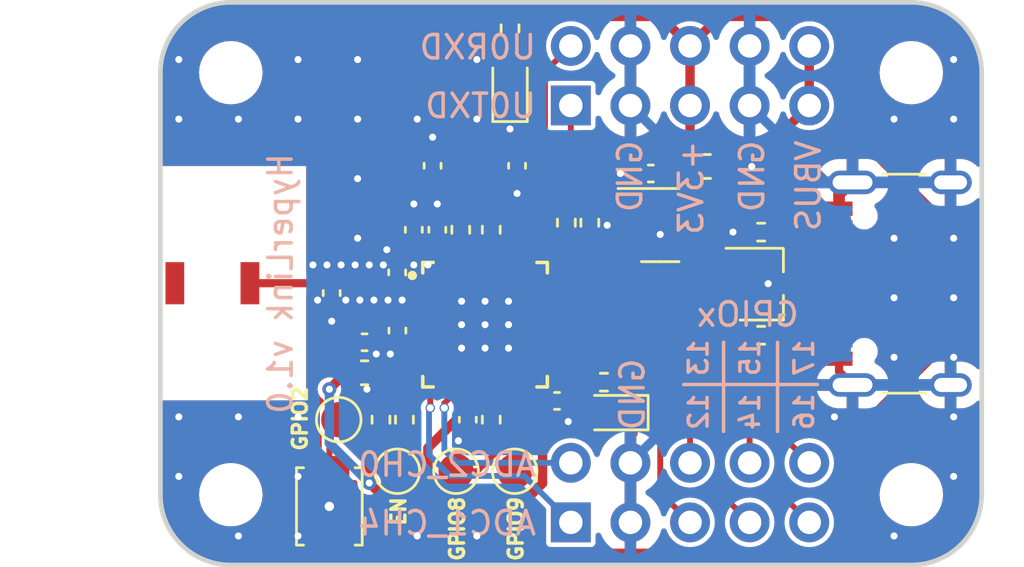
<source format=kicad_pcb>
(kicad_pcb (version 20221018) (generator pcbnew)
  (layers (0 "F.Cu" signal) (31 "B.Cu" signal) (34 "B.Paste" user) (35 "F.Paste" user) (36 "B.SilkS" user "B.Silkscreen") (37 "F.SilkS" user "F.Silkscreen") (38 "B.Mask" user) (39 "F.Mask" user) (44 "Edge.Cuts" user))
  (net 0 "")
  (net 1 "+3V3")
  (net 4 "VBUS")
  (net 5 "GND")
  (net 11 "/USB_D-")
  (net 12 "/USB_D+")
  (net 14 "/GPIO9")
  (net 15 "/GPIO2")
  (net 16 "/EN")
  (net 17 "/RF")
  (net 18 "/ANT")
  (net 19 "/GPIO8")
  (net 20 "/XTAL_P")
  (net 21 "/XTAL_N")
  (net 22 "/XTAL_P_RES")
  (net 23 "/VDD3P3")
  (net 24 "/U0RXD")
  (net 25 "/U0TXD")
  (net 26 "/GPIO12")
  (net 27 "/GPIO13")
  (net 28 "/GPIO14")
  (net 29 "/GPIO15")
  (net 30 "/GPIO16")
  (net 31 "/GPIO17")
  (net 32 "/ADC1_CH4")
  (net 33 "/ADC2_CH0")
  (net 34 "/U0TXD_RES")
  (net 35 "/CC1")
  (net 36 "/CC2")
  (net 38 "/LDO_EN")
  (net 39 "/STATUS_LED_RES")
  (net 40 "/POWER_LED_RES")
  (net 41 "/STATUS_LED")
  (footprint "Package_TO_SOT_SMD:SOT-23-5" (layer "F.Cu") (at 140.3 79.5)
    (fp_text reference "U3" hide)
    (fp_text value "MIC5504-3.3YM5" hide)
  )
  (footprint "Resistor_SMD:R_0402_1005Metric" (layer "F.Cu") (at 144.6 79.8 180)
    (fp_text reference "R7" hide)
    (fp_text value "5k1" hide)
  )
  (footprint "TestPoint:TestPoint_Pad_D1.5mm" (layer "F.Cu") (at 126.6 87.8)
    (fp_text reference "TP4" hide)
    (fp_text value "GPIO2" hide)
  )
  (footprint "MountingHole:MountingHole_2.2mm_M2" (layer "F.Cu") (at 122 73)
    (fp_text reference "H3" hide)
    (fp_text value "MountingHole" hide)
  )
  (footprint "Resistor_SMD:R_0402_1005Metric" (layer "F.Cu") (at 129.4 87.8 90)
    (fp_text reference "R4" hide)
    (fp_text value "10k" hide)
  )
  (footprint "Capacitor_SMD:C_0402_1005Metric" (layer "F.Cu") (at 135.9 87)
    (fp_text reference "C2" hide)
    (fp_text value "100n" hide)
  )
  (footprint "MountingHole:MountingHole_2.2mm_M2" (layer "F.Cu") (at 151 73)
    (fp_text reference "H2" hide)
    (fp_text value "MountingHole" hide)
  )
  (footprint "Resistor_SMD:R_0402_1005Metric" (layer "F.Cu") (at 144.6 84.2 180)
    (fp_text reference "R8" hide)
    (fp_text value "5k1" hide)
  )
  (footprint "Capacitor_SMD:C_0402_1005Metric" (layer "F.Cu") (at 130.6 76.970999 90)
    (fp_text reference "C5" hide)
    (fp_text value "10p" hide)
  )
  (footprint "Resistor_SMD:R_0402_1005Metric" (layer "F.Cu") (at 136.3 79.4 -90)
    (fp_text reference "R1" hide)
    (fp_text value "1k5" hide)
  )
  (footprint "Capacitor_SMD:C_0603_1608Metric" (layer "F.Cu") (at 142.3 77)
    (fp_text reference "C7" hide)
    (fp_text value "10u" hide)
  )
  (footprint "TestPoint:TestPoint_Pad_D1.5mm" (layer "F.Cu") (at 134.1 90)
    (fp_text reference "TP2" hide)
    (fp_text value "GPIO9" hide)
  )
  (footprint "Capacitor_SMD:C_0603_1608Metric" (layer "F.Cu") (at 127.7 85.8)
    (fp_text reference "C18" hide)
    (fp_text value "10u" hide)
  )
  (footprint "Connector_USB:USB_C_Receptacle_GCT_USB4105-xx-A_16P_TopMnt_Horizontal" (layer "F.Cu") (at 151.6 82 90)
    (fp_text reference "J1" hide)
    (fp_text value "USB_C_Receptacle_USB2.0" hide)
  )
  (footprint "Capacitor_SMD:C_0402_1005Metric" (layer "F.Cu") (at 126.3 82.4 -90)
    (fp_text reference "C14" hide)
    (fp_text value "4p" hide)
  )
  (footprint "Capacitor_SMD:C_0402_1005Metric" (layer "F.Cu") (at 130.8 79.7 90)
    (fp_text reference "C4" hide)
    (fp_text value "1u" hide)
  )
  (footprint "Capacitor_SMD:C_0402_1005Metric" (layer "F.Cu") (at 129.09 81.52 90)
    (fp_text reference "C1" hide)
    (fp_text value "4.7p" hide)
  )
  (footprint "Inductor_SMD:L_0402_1005Metric" (layer "F.Cu") (at 127.7 81.95)
    (fp_text reference "L1" hide)
    (fp_text value "1.8nH" hide)
  )
  (footprint "Capacitor_SMD:C_0402_1005Metric" (layer "F.Cu") (at 134.2 76.970999 -90)
    (fp_text reference "C6" hide)
    (fp_text value "10p" hide)
  )
  (footprint "Inductor_SMD:L_0402_1005Metric" (layer "F.Cu") (at 127.7 83.5)
    (fp_text reference "L2" hide)
    (fp_text value "2n" hide)
  )
  (footprint "TestPoint:TestPoint_Pad_D1.5mm" (layer "F.Cu") (at 131.6 90)
    (fp_text reference "TP3" hide)
    (fp_text value "GPIO8" hide)
  )
  (footprint "Resistor_SMD:R_0402_1005Metric" (layer "F.Cu") (at 137.3 79.4 90)
    (fp_text reference "R10" hide)
    (fp_text value "10k" hide)
  )
  (footprint "Capacitor_SMD:C_0402_1005Metric" (layer "F.Cu") (at 129.1 84 -90)
    (fp_text reference "C15" hide)
    (fp_text value "100n" hide)
  )
  (footprint "MountingHole:MountingHole_2.2mm_M2" (layer "F.Cu") (at 151 91)
    (fp_text reference "H1" hide)
    (fp_text value "MountingHole" hide)
  )
  (footprint "Connector_PinHeader_2.54mm:PinHeader_2x05_P2.54mm_Vertical" (layer "F.Cu") (at 136.49 92.18 90)
    (fp_text reference "J2" hide)
    (fp_text value "Conn_02x05_Odd_Even" hide)
  )
  (footprint "Connector_PinHeader_2.54mm:PinHeader_2x05_P2.54mm_Vertical" (layer "F.Cu") (at 136.49 74.4 90)
    (fp_text reference "J3" hide)
    (fp_text value "Conn_02x05_Odd_Even" hide)
  )
  (footprint "Resistor_SMD:R_0402_1005Metric" (layer "F.Cu") (at 137.9 86.2 180)
    (fp_text reference "R11" hide)
    (fp_text value "1k" hide)
  )
  (footprint "Capacitor_SMD:C_0402_1005Metric" (layer "F.Cu") (at 129.8 79.7 90)
    (fp_text reference "C3" hide)
    (fp_text value "10n" hide)
  )
  (footprint "Resistor_SMD:R_0402_1005Metric" (layer "F.Cu") (at 133.1 87.8 90)
    (fp_text reference "R2" hide)
    (fp_text value "10k" hide)
  )
  (footprint "Capacitor_SMD:C_0402_1005Metric" (layer "F.Cu") (at 139.9 77.3 180)
    (fp_text reference "C12" hide)
    (fp_text value "1u" hide)
  )
  (footprint "Resistor_SMD:R_0402_1005Metric" (layer "F.Cu") (at 128.4 87.8 90)
    (fp_text reference "R3" hide)
    (fp_text value "10k" hide)
  )
  (footprint "Resistor_SMD:R_0402_1005Metric" (layer "F.Cu") (at 131.8 79.7 -90)
    (fp_text reference "R6" hide)
    (fp_text value "0R" hide)
  )
  (footprint "Resistor_SMD:R_0402_1005Metric" (layer "F.Cu") (at 133.9 71.11 -90)
    (fp_text reference "R12" hide)
    (fp_text value "1k" hide)
  )
  (footprint "encyclopedia_galactica:ABM11W-30.0000MHZ-7-D1X-T3" (layer "F.Cu") (at 132.400001 77.150999 180)
    (fp_text reference "Y1" hide)
    (fp_text value "ABM11W-40.0000MHZ-8-B1U-T3" hide)
  )
  (footprint "Capacitor_SMD:C_0402_1005Metric" (layer "F.Cu") (at 132.1 87.8 -90)
    (fp_text reference "C17" hide)
    (fp_text value "100n" hide)
  )
  (footprint "LED_SMD:LED_0603_1608Metric" (layer "F.Cu") (at 133.9 73.6 90)
    (fp_text reference "D2" hide)
    (fp_text value "LED" hide)
  )
  (footprint "MountingHole:MountingHole_2.2mm_M2" (layer "F.Cu") (at 122 91)
    (fp_text reference "H4" hide)
    (fp_text value "MountingHole" hide)
  )
  (footprint "Package_TO_SOT_SMD:TSOT-23" (layer "F.Cu") (at 144.6 82)
    (fp_text reference "U2" hide)
    (fp_text value "PESD2USB5UXT" hide)
  )
  (footprint "LED_SMD:LED_0603_1608Metric" (layer "F.Cu") (at 138.3 87.5 180)
    (fp_text reference "D1" hide)
    (fp_text value "LED" hide)
  )
  (footprint "encyclopedia_galactica:QFN32_5X5_EXP" (layer "F.Cu") (at 132.834851 83.7487)
    (fp_text reference "U1" hide)
    (fp_text value "ESP32-C3" hide)
  )
  (footprint "Capacitor_SMD:C_0402_1005Metric" (layer "F.Cu") (at 127.7 84.5)
    (fp_text reference "C16" hide)
    (fp_text value "100n" hide)
  )
  (footprint "TestPoint:TestPoint_Pad_D1.5mm" (layer "F.Cu") (at 129.1 90)
    (fp_text reference "TP1" hide)
    (fp_text value "EN" hide)
  )
  (footprint "Button_Switch_SMD:SW_SPST_B3U-1000P" (layer "F.Cu") (at 126.2 91.5 90)
    (fp_text reference "SW1" hide)
    (fp_text value "SW_Push" hide)
  )
  (footprint "encyclopedia_galactica:2108838-1" (layer "F.Cu") (at 118.715 81.98)
    (fp_text reference "AE1" hide)
    (fp_text value "2108838-1" hide)
  )
  (footprint "Resistor_SMD:R_0402_1005Metric" (layer "F.Cu") (at 133.1 79.7 -90)
    (fp_text reference "R5" hide)
    (fp_text value "500R" hide)
  )
  (gr_line (start 143 84.5) (end 143 88.3) (stroke (width 0.15)) (layer "B.SilkS"))
  (gr_line (start 145.3 84.5) (end 145.3 88.3) (stroke (width 0.15)) (layer "B.SilkS"))
  (gr_line (start 141.3 86.3) (end 147 86.3) (stroke (width 0.15)) (layer "B.SilkS"))
  (gr_line locked (start 122.000001 94) (end 151 94) (stroke (width 0.2)) (layer "Edge.Cuts"))
  (gr_arc locked (start 154.000002 91.000001) (mid 153.121322 93.121321) (end 151.000002 94.000001) (stroke (width 0.2)) (layer "Edge.Cuts"))
  (gr_line locked (start 119.000001 72.999999) (end 119 91) (stroke (width 0.2)) (layer "Edge.Cuts"))
  (gr_arc locked (start 151.000002 69.999999) (mid 153.121321 70.878679) (end 154.000002 72.999999) (stroke (width 0.2)) (layer "Edge.Cuts"))
  (gr_arc locked (start 122 94.000001) (mid 119.878673 93.121322) (end 119 91.000001) (stroke (width 0.2)) (layer "Edge.Cuts"))
  (gr_line locked (start 154.000003 73) (end 154.000002 91.000001) (stroke (width 0.2)) (layer "Edge.Cuts"))
  (gr_arc locked (start 119.000001 73) (mid 119.878674 70.878667) (end 122.000001 70) (stroke (width 0.2)) (layer "Edge.Cuts"))
  (gr_line locked (start 122.000001 70) (end 151 70) (stroke (width 0.2)) (layer "Edge.Cuts"))
  (gr_text "ADC1_CH4" (at 135.1 92.8) (layer "B.SilkS") (effects (font (size 1 1)) (justify left bottom mirror)))
  (gr_text "GND" (at 139.6 75.8 90) (layer "B.SilkS") (effects (font (size 1 1)) (justify left bottom mirror)))
  (gr_text "12" (at 142.4 86.6 90) (layer "B.SilkS") (effects (font (size 0.8 0.8)) (justify left bottom mirror)))
  (gr_text "GPIOx" (at 146.3 83.9) (layer "B.SilkS") (effects (font (size 1 1)) (justify left bottom mirror)))
  (gr_text "HyperLink v1.0" (at 124.7 76.35 90) (layer "B.SilkS") (effects (font (size 1 1)) (justify left bottom mirror)))
  (gr_text "17" (at 146.9 84.3 90) (layer "B.SilkS") (effects (font (size 0.8 0.8)) (justify left bottom mirror)))
  (gr_text "15" (at 144.6 84.3 90) (layer "B.SilkS") (effects (font (size 0.8 0.8)) (justify left bottom mirror)))
  (gr_text "13" (at 142.4 84.3 90) (layer "B.SilkS") (effects (font (size 0.8 0.8)) (justify left bottom mirror)))
  (gr_text "U0TXD" (at 135.1 75) (layer "B.SilkS") (effects (font (size 1 1)) (justify left bottom mirror)))
  (gr_text "16" (at 146.9 86.6 90) (layer "B.SilkS") (effects (font (size 0.8 0.8)) (justify left bottom mirror)))
  (gr_text "VBUS" (at 147.2 75.8 90) (layer "B.SilkS") (effects (font (size 1 1)) (justify left bottom mirror)))
  (gr_text "+3V3" (at 142.2 75.8 90) (layer "B.SilkS") (effects (font (size 1 1)) (justify left bottom mirror)))
  (gr_text "ADC2_CH0" (at 135.1 90.3) (layer "B.SilkS") (effects (font (size 1 1)) (justify left bottom mirror)))
  (gr_text "U0RXD" (at 135.1 72.5) (layer "B.SilkS") (effects (font (size 1 1)) (justify left bottom mirror)))
  (gr_text "GND" (at 139.7 85.1 90) (layer "B.SilkS") (effects (font (size 1 1)) (justify left bottom mirror)))
  (gr_text "14" (at 144.6 86.6 90) (layer "B.SilkS") (effects (font (size 0.8 0.8)) (justify left bottom mirror)))
  (gr_text "GND" (at 144.8 75.8 90) (layer "B.SilkS") (effects (font (size 1 1)) (justify left bottom mirror)))
  (gr_text "GPIO9" (at 134.5 93.9 90) (layer "F.SilkS") (effects (font (size 0.6 0.6)) (justify left bottom)))
  (gr_text "GPIO2" (at 125.3 89.2 90) (layer "F.SilkS") (effects (font (size 0.6 0.6)) (justify left bottom)))
  (gr_text "GPIO8" (at 132 93.9 90) (layer "F.SilkS") (effects (font (size 0.6 0.6)) (justify left bottom)))
  (gr_text "EN" (at 129.5 92.4 90) (layer "F.SilkS") (effects (font (size 0.6 0.6)) (justify left bottom)))
  (segment (start 132.11 87.32) (end 132.1 87.32) (width 0.4) (layer "F.Cu") (net 1))
  (segment (start 142.83 70.6) (end 147.325 70.6) (width 0.4) (layer "F.Cu") (net 1))
  (segment (start 131.584851 80.964851) (end 131.084852 80.464852) (width 0.25) (layer "F.Cu") (net 1))
  (segment (start 135.283551 90.516449) (end 133.878 91.922) (width 0.4) (layer "F.Cu") (net 1))
  (segment (start 126.9 85.8) (end 126.925 85.8) (width 0.4) (layer "F.Cu") (net 1))
  (segment (start 130.4 89.009562) (end 130.4 91.2) (width 0.4) (layer "F.Cu") (net 1))
  (segment (start 126.2 86.5) (end 126.9 85.8) (width 0.4) (layer "F.Cu") (net 1))
  (segment (start 127.22 84.5) (end 127.22 85.505) (width 0.4) (layer "F.Cu") (net 1))
  (segment (start 132.2 70.6) (end 128.963 73.837) (width 0.4) (layer "F.Cu") (net 1))
  (segment (start 141.4375 78.55) (end 141.57 78.4175) (width 0.4) (layer "F.Cu") (net 1))
  (segment (start 141.57 71.86) (end 140.31 70.6) (width 0.4) (layer "F.Cu") (net 1))
  (segment (start 141.025 76.5) (end 141.525 77) (width 0.4) (layer "F.Cu") (net 1))
  (segment (start 131.584851 81.3) (end 131.584851 80.964851) (width 0.25) (layer "F.Cu") (net 1))
  (segment (start 127.22 85.505) (end 126.925 85.8) (width 0.4) (layer "F.Cu") (net 1))
  (segment (start 147.325 70.6) (end 148.2 71.475) (width 0.4) (layer "F.Cu") (net 1))
  (segment (start 148.2 92.5) (end 147.2 93.5) (width 0.4) (layer "F.Cu") (net 1))
  (segment (start 135.283551 85.498699) (end 135.283551 90.516449) (width 0.4) (layer "F.Cu") (net 1))
  (segment (start 148.2 71.475) (end 148.2 75.2) (width 0.4) (layer "F.Cu") (net 1))
  (segment (start 131.084852 80.464852) (end 130.8 80.18) (width 0.25) (layer "F.Cu") (net 1))
  (segment (start 127.9 90.5) (end 127.9 88.81) (width 0.4) (layer "F.Cu") (net 1))
  (segment (start 147.2 93.5) (end 135.456 93.5) (width 0.4) (layer "F.Cu") (net 1))
  (segment (start 127.9 90.5) (end 128.6 91.2) (width 0.4) (layer "F.Cu") (net 1))
  (segment (start 141.57 78.4175) (end 141.57 74.4) (width 0.4) (layer "F.Cu") (net 1))
  (segment (start 132.08485 86.1974) (end 132.08485 87.30485) (width 0.25) (layer "F.Cu") (net 1))
  (segment (start 133.878 91.922) (end 133.156 91.2) (width 0.4) (layer "F.Cu") (net 1))
  (segment (start 141.57 71.86) (end 142.83 70.6) (width 0.4) (layer "F.Cu") (net 1))
  (segment (start 151.7 78.7) (end 151.7 85.3) (width 0.4) (layer "F.Cu") (net 1))
  (segment (start 128.963 73.837) (end 128.963 79.614471) (width 0.4) (layer "F.Cu") (net 1))
  (segment (start 151.7 85.3) (end 148.2 88.8) (width 0.4) (layer "F.Cu") (net 1))
  (segment (start 141.57 74.4) (end 141.57 71.86) (width 0.4) (layer "F.Cu") (net 1))
  (segment (start 128.6 91.2) (end 130.4 91.2) (width 0.4) (layer "F.Cu") (net 1))
  (segment (start 131.084852 81.3) (end 131.084852 80.464852) (width 0.25) (layer "F.Cu") (net 1))
  (segment (start 133.156 91.2) (end 130.4 91.2) (width 0.4) (layer "F.Cu") (net 1))
  (segment (start 130.8 80.18) (end 129.8 80.18) (width 0.4) (layer "F.Cu") (net 1))
  (segment (start 129.4 88.31) (end 128.4 88.31) (width 0.4) (layer "F.Cu") (net 1))
  (segment (start 138.513288 76.5) (end 141.025 76.5) (width 0.4) (layer "F.Cu") (net 1))
  (segment (start 136.3 78.713288) (end 138.513288 76.5) (width 0.4) (layer "F.Cu") (net 1))
  (segment (start 127.215 84.495) (end 127.22 84.5) (width 0.4) (layer "F.Cu") (net 1))
  (segment (start 133.1 88.31) (end 132.11 87.32) (width 0.4) (layer "F.Cu") (net 1))
  (segment (start 132.08485 87.30485) (end 132.1 87.32) (width 0.25) (layer "F.Cu") (net 1))
  (segment (start 132.1 87.32) (end 132.089562 87.32) (width 0.4) (layer "F.Cu") (net 1))
  (segment (start 129.528529 80.18) (end 129.8 80.18) (width 0.4) (layer "F.Cu") (net 1))
  (segment (start 140.31 70.6) (end 132.2 70.6) (width 0.4) (layer "F.Cu") (net 1))
  (segment (start 136.3 78.89) (end 136.3 78.713288) (width 0.4) (layer "F.Cu") (net 1))
  (segment (start 135.456 93.5) (end 133.878 91.922) (width 0.4) (layer "F.Cu") (net 1))
  (segment (start 128.963 79.614471) (end 129.528529 80.18) (width 0.4) (layer "F.Cu") (net 1))
  (segment (start 127.9 88.81) (end 128.4 88.31) (width 0.4) (layer "F.Cu") (net 1))
  (segment (start 148.2 75.2) (end 151.7 78.7) (width 0.4) (layer "F.Cu") (net 1))
  (segment (start 148.2 88.8) (end 148.2 92.5) (width 0.4) (layer "F.Cu") (net 1))
  (segment (start 127.215 83.5) (end 127.215 84.495) (width 0.4) (layer "F.Cu") (net 1))
  (segment (start 132.089562 87.32) (end 130.4 89.009562) (width 0.4) (layer "F.Cu") (net 1))
  (via (at 126.2 86.5) (size 0.6) (drill 0.3) (layers "F.Cu" "B.Cu") (net 1))
  (via (at 127.9 90.5) (size 0.6) (drill 0.3) (layers "F.Cu" "B.Cu") (net 1))
  (segment (start 127.9 90.5) (end 126.2 88.8) (width 0.4) (layer "B.Cu") (net 1))
  (segment (start 126.2 88.8) (end 126.2 86.5) (width 0.4) (layer "B.Cu") (net 1))
  (segment (start 147.92 84.4) (end 148.42434 84.4) (width 0.35) (layer "F.Cu") (net 4))
  (segment (start 149.597 80.77266) (end 148.42434 79.6) (width 0.35) (layer "F.Cu") (net 4))
  (segment (start 148.42434 84.4) (end 149.597 83.22734) (width 0.35) (layer "F.Cu") (net 4))
  (segment (start 145.452 75.598) (end 145.452 79.152) (width 0.4) (layer "F.Cu") (net 4))
  (segment (start 145.9 79.6) (end 145.452 79.152) (width 0.35) (layer "F.Cu") (net 4))
  (segment (start 140.132112 78.55) (end 139.1625 78.55) (width 0.35) (layer "F.Cu") (net 4))
  (segment (start 147.92 79.6) (end 145.9 79.6) (width 0.35) (layer "F.Cu") (net 4))
  (segment (start 149.597 83.22734) (end 149.597 80.77266) (width 0.35) (layer "F.Cu") (net 4))
  (segment (start 148.42434 79.6) (end 147.92 79.6) (width 0.35) (layer "F.Cu") (net 4))
  (segment (start 137.64 78.55) (end 139.1625 78.55) (width 0.25) (layer "F.Cu") (net 4))
  (segment (start 146.65 74.4) (end 146.65 71.86) (width 0.4) (layer "F.Cu") (net 4))
  (segment (start 137.3 78.89) (end 137.64 78.55) (width 0.25) (layer "F.Cu") (net 4))
  (segment (start 145.452 79.152) (end 140.734112 79.152) (width 0.35) (layer "F.Cu") (net 4))
  (segment (start 140.734112 79.152) (end 140.132112 78.55) (width 0.35) (layer "F.Cu") (net 4))
  (segment (start 140.38 77.3) (end 140.38 78.302112) (width 0.35) (layer "F.Cu") (net 4))
  (segment (start 140.38 78.302112) (end 140.132112 78.55) (width 0.35) (layer "F.Cu") (net 4))
  (segment (start 146.65 74.4) (end 145.452 75.598) (width 0.4) (layer "F.Cu") (net 4))
  (segment (start 147.92 78.8) (end 147.92 78.255) (width 0.4) (layer "F.Cu") (net 5))
  (segment (start 144.9 82) (end 145.91 82) (width 0.25) (layer "F.Cu") (net 5))
  (segment (start 147.92 85.745) (end 148.495 86.32) (width 0.35) (layer "F.Cu") (net 5))
  (segment (start 147.92 85.2) (end 147.92 85.745) (width 0.35) (layer "F.Cu") (net 5))
  (segment (start 128.65 80.55) (end 129.09 80.99) (width 0.4) (layer "F.Cu") (net 5))
  (segment (start 133.9 74.3875) (end 133.9 75.4) (width 0.4) (layer "F.Cu") (net 5))
  (segment (start 144.09 84.2) (end 145.09 85.2) (width 0.25) (layer "F.Cu") (net 5))
  (segment (start 139.42 77.3) (end 138.6 77.3) (width 0.4) (layer "F.Cu") (net 5))
  (segment (start 129.09 80.99) (end 129.09 81.04) (width 0.4) (layer "F.Cu") (net 5))
  (segment (start 128.799503 84.780497) (end 129.1 84.48) (width 0.25) (layer "F.Cu") (net 5))
  (segment (start 136.38 87) (end 136.38 87.88) (width 0.25) (layer "F.Cu") (net 5))
  (segment (start 131.7 88.7) (end 132.1 88.3) (width 0.4) (layer "F.Cu") (net 5))
  (segment (start 131.590001 76.490999) (end 131.763001 76.663999) (width 0.2) (layer "F.Cu") (net 5))
  (segment (start 130.6 75.750999) (end 130.6 76.490999) (width 0.25) (layer "F.Cu") (net 5))
  (segment (start 130.6 76.490999) (end 131.590001 76.490999) (width 0.2) (layer "F.Cu") (net 5))
  (segment (start 139.0875 89.5825) (end 139.03 89.64) (width 0.25) (layer "F.Cu") (net 5))
  (segment (start 128.2 84.52) (end 128.18 84.5) (width 0.25) (layer "F.Cu") (net 5))
  (segment (start 126.2 93.2) (end 126.2 91.5) (width 0.4) (layer "F.Cu") (net 5))
  (segment (start 143.4 79.8) (end 144.09 79.8) (width 0.4) (layer "F.Cu") (net 5))
  (segment (start 128.2 85) (end 128.2 84.52) (width 0.25) (layer "F.Cu") (net 5))
  (segment (start 138.046557 79.5) (end 139.1625 79.5) (width 0.4) (layer "F.Cu") (net 5))
  (segment (start 134.2 78.150999) (end 134.2 77.450999) (width 0.25) (layer "F.Cu") (net 5))
  (segment (start 133.224001 77.450999) (end 133.037001 77.637999) (width 0.2) (layer "F.Cu") (net 5))
  (segment (start 139.9 79.5) (end 139.1625 79.5) (width 0.4) (layer "F.Cu") (net 5))
  (segment (start 145.09 85.2) (end 147.92 85.2) (width 0.25) (layer "F.Cu") (net 5))
  (segment (start 128.475 85.825) (end 128.475 85.8) (width 0.4) (layer "F.Cu") (net 5))
  (segment (start 129.8 78.6) (end 129.8 79.22) (width 0.25) (layer "F.Cu") (net 5))
  (segment (start 144.2 77) (end 143.075 77) (width 0.4) (layer "F.Cu") (net 5))
  (segment (start 140.3 79.9) (end 139.9 79.5) (width 0.4) (layer "F.Cu") (net 5))
  (segment (start 126.3 82.88) (end 126.3 83.6) (width 0.4) (layer "F.Cu") (net 5))
  (segment (start 127.8 86.5) (end 128.475 85.825) (width 0.4) (layer "F.Cu") (net 5))
  (segment (start 147.92 78.255) (end 148.495 77.68) (width 0.4) (layer "F.Cu") (net 5))
  (segment (start 134.2 77.450999) (end 133.224001 77.450999) (width 0.2) (layer "F.Cu") (net 5))
  (segment (start 139.0875 87.5) (end 139.0875 89.5825) (width 0.25) (layer "F.Cu") (net 5))
  (segment (start 130.8 78.6) (end 130.8 79.22) (width 0.25) (layer "F.Cu") (net 5))
  (segment (start 138.040639 79.505918) (end 138.046557 79.5) (width 0.4) (layer "F.Cu") (net 5))
  (segment (start 132.1 88.3) (end 132.1 88.28) (width 0.4) (layer "F.Cu") (net 5))
  (segment (start 128.799503 85) (end 128.799503 84.780497) (width 0.25) (layer "F.Cu") (net 5))
  (via (at 127.405 74.979999) (size 0.4) (drill 0.3) (layers "F.Cu" "B.Cu") (net 5))
  (via (at 132.485 72.439999) (size 0.4) (drill 0.3) (layers "F.Cu" "B.Cu") (net 5))
  (via (at 122.325 92.759999) (size 0.4) (drill 0.3) (layers "F.Cu" "B.Cu") (net 5))
  (via (at 130.4 81.2) (size 0.4) (drill 0.3) (layers "F.Cu" "B.Cu") (net 5))
  (via (at 128.65 80.55) (size 0.4) (drill 0.3) (layers "F.Cu" "B.Cu") (net 5))
  (via (at 126.9 82.7) (size 0.4) (drill 0.3) (layers "F.Cu" "B.Cu") (net 5))
  (via (at 119.785 72.439999) (size 0.4) (drill 0.3) (layers "F.Cu" "B.Cu") (net 5))
  (via (at 138.6 77.3) (size 0.6) (drill 0.3) (layers "F.Cu" "B.Cu") (net 5))
  (via (at 129.8 81.2) (size 0.4) (drill 0.3) (layers "F.Cu" "B.Cu") (net 5))
  (via (at 152.805 87.679999) (size 0.4) (drill 0.3) (layers "F.Cu" "B.Cu") (net 5))
  (via (at 147.725 87.679999) (size 0.4) (drill 0.3) (layers "F.Cu" "B.Cu") (net 5))
  (via (at 133.9 75.4) (size 0.6) (drill 0.3) (layers "F.Cu" "B.Cu") (net 5))
  (via (at 128.1 82.7) (size 0.4) (drill 0.3) (layers "F.Cu" "B.Cu") (net 5))
  (via (at 124.865 92.759999) (size 0.4) (drill 0.3) (layers "F.Cu" "B.Cu") (net 5))
  (via (at 132.485 74.979999) (size 0.4) (drill 0.3) (layers "F.Cu" "B.Cu") (net 5))
  (via (at 133.834851 84.7487) (size 0.4) (drill 0.3) (layers "F.Cu" "B.Cu") (net 5))
  (via (at 126.7 81.2) (size 0.4) (drill 0.3) (layers "F.Cu" "B.Cu") (net 5))
  (via (at 134.2 78.150999) (size 0.4) (drill 0.3) (layers "F.Cu" "B.Cu") (net 5))
  (via (at 132.834851 83.7487) (size 0.4) (drill 0.3) (layers "F.Cu" "B.Cu") (net 5))
  (via (at 131.834851 84.7487) (size 0.4) (drill 0.3) (layers "F.Cu" "B.Cu") (net 5))
  (via (at 127.5 82.7) (size 0.4) (drill 0.3) (layers "F.Cu" "B.Cu") (net 5))
  (via (at 152.805 74.979999) (size 0.4) (drill 0.3) (layers "F.Cu" "B.Cu") (net 5))
  (via (at 127.405 80.059999) (size 0.4) (drill 0.3) (layers "F.Cu" "B.Cu") (net 5))
  (via (at 136.38 87.88) (size 0.6) (drill 0.3) (layers "F.Cu" "B.Cu") (net 5))
  (via (at 144.2 77) (size 0.6) (drill 0.3) (layers "F.Cu" "B.Cu") (net 5))
  (via (at 138.040639 79.505918) (size 0.6) (drill 0.3) (layers "F.Cu" "B.Cu") (net 5))
  (via (at 131.834851 83.7487) (size 0.4) (drill 0.3) (layers "F.Cu" "B.Cu") (net 5))
  (via (at 124.865 72.439999) (size 0.4) (drill 0.3) (layers "F.Cu" "B.Cu") (net 5))
  (via (at 132.834851 82.7487) (size 0.4) (drill 0.3) (layers "F.Cu" "B.Cu") (net 5))
  (via (at 124.865 74.979999) (size 0.4) (drill 0.3) (layers "F.Cu" "B.Cu") (net 5))
  (via (at 130.6 75.750999) (size 0.4) (drill 0.3) (layers "F.Cu" "B.Cu") (net 5))
  (via (at 150.265 74.979999) (size 0.4) (drill 0.3) (layers "F.Cu" "B.Cu") (net 5))
  (via (at 124.865 87.679999) (size 0.4) (drill 0.3) (layers "F.Cu" "B.Cu") (net 5))
  (via (at 126.2 91.5) (size 0.9) (drill 0.4) (layers "F.Cu" "B.Cu") (net 5))
  (via (at 150.265 92.759999) (size 0.4) (drill 0.3) (layers "F.Cu" "B.Cu") (net 5))
  (via (at 128.799503 85) (size 0.4) (drill 0.3) (layers "F.Cu" "B.Cu") (net 5))
  (via (at 144.9 82) (size 0.6) (drill 0.3) (layers "F.Cu" "B.Cu") (net 5))
  (via (at 127.405 72.439999) (size 0.4) (drill 0.3) (layers "F.Cu" "B.Cu") (net 5))
  (via (at 143.4 79.8) (size 0.6) (drill 0.3) (layers "F.Cu" "B.Cu") (net 5))
  (via (at 119.785 87.679999) (size 0.4) (drill 0.3) (layers "F.Cu" "B.Cu") (net 5))
  (via (at 133.834851 83.7487) (size 0.4) (drill 0.3) (layers "F.Cu" "B.Cu") (net 5))
  (via (at 152.805 90.219999) (size 0.4) (drill 0.3) (layers "F.Cu" "B.Cu") (net 5))
  (via (at 152.805 85.139999) (size 0.4) (drill 0.3) (layers "F.Cu" "B.Cu") (net 5))
  (via (at 131.834851 82.7487) (size 0.4) (drill 0.3) (layers "F.Cu" "B.Cu") (net 5))
  (via (at 127.3 81.2) (size 0.4) (drill 0.3) (layers "F.Cu" "B.Cu") (net 5))
  (via (at 122.325 87.679999) (size 0.4) (drill 0.3) (layers "F.Cu" "B.Cu") (net 5))
  (via (at 119.785 90.219999) (size 0.4) (drill 0.3) (layers "F.Cu" "B.Cu") (net 5))
  (via (at 128.7 82.7) (size 0.4) (drill 0.3) (layers "F.Cu" "B.Cu") (net 5))
  (via (at 152.805 80.059999) (size 0.4) (drill 0.3) (layers "F.Cu" "B.Cu") (net 5))
  (via (at 129.8 78.6) (size 0.4) (drill 0.3) (layers "F.Cu" "B.Cu") (net 5))
  (via (at 132.834851 84.7487) (size 0.4) (drill 0.3) (layers "F.Cu" "B.Cu") (net 5))
  (via (at 122.325 74.979999) (size 0.4) (drill 0.3) (layers "F.Cu" "B.Cu") (net 5))
  (via (at 126.3 83.6) (size 0.4) (drill 0.3) (layers "F.Cu" "B.Cu") (net 5))
  (via (at 152.805 82.599999) (size 0.4) (drill 0.3) (layers "F.Cu" "B.Cu") (net 5))
  (via (at 129.945 92.759999) (size 0.4) (drill 0.3) (layers "F.Cu" "B.Cu") (net 5))
  (via (at 130.8 78.6) (size 0.4) (drill 0.3) (layers "F.Cu" "B.Cu") (net 5))
  (via (at 125.7 82.7) (size 0.4) (drill 0.3) (layers "F.Cu" "B.Cu") (net 5))
  (via (at 150.265 85.139999) (size 0.4) (drill 0.3) (layers "F.Cu" "B.Cu") (net 5))
  (via (at 140.3 79.9) (size 0.6) (drill 0.3) (layers "F.Cu" "B.Cu") (net 5))
  (via (at 132.485 92.759999) (size 0.4) (drill 0.3) (layers "F.Cu" "B.Cu") (net 5))
  (via (at 128.2 85) (size 0.4) (drill 0.3) (layers "F.Cu" "B.Cu") (net 5))
  (via (at 129.945 74.979999) (size 0.4) (drill 0.3) (layers "F.Cu" "B.Cu") (net 5))
  (via (at 129.3 82.7) (size 0.4) (drill 0.3) (layers "F.Cu" "B.Cu") (net 5))
  (via (at 119.785 74.979999) (size 0.4) (drill 0.3) (layers "F.Cu" "B.Cu") (net 5))
  (via (at 126.099503 81.2) (size 0.4) (drill 0.3) (layers "F.Cu" "B.Cu") (net 5))
  (via (at 133.834851 82.7487) (size 0.4) (drill 0.3) (layers "F.Cu" "B.Cu") (net 5))
  (via (at 125.5 81.2) (size 0.4) (drill 0.3) (layers "F.Cu" "B.Cu") (net 5))
  (via (at 131.7 88.7) (size 0.4) (drill 0.3) (layers "F.Cu" "B.Cu") (net 5))
  (via (at 152.805 72.439999) (size 0.4) (drill 0.3) (layers "F.Cu" "B.Cu") (net 5))
  (via (at 127.9 81.2) (size 0.4) (drill 0.3) (layers "F.Cu" "B.Cu") (net 5))
  (via (at 124.865 90.219999) (size 0.4) (drill 0.3) (layers "F.Cu" "B.Cu") (net 5))
  (via (at 128.5 81.2) (size 0.4) (drill 0.3) (layers "F.Cu" "B.Cu") (net 5))
  (via (at 127.8 86.5) (size 0.6) (drill 0.3) (layers "F.Cu" "B.Cu") (net 5))
  (via (at 150.265 80.059999) (size 0.4) (drill 0.3) (layers "F.Cu" "B.Cu") (net 5))
  (via (at 150.265 82.599999) (size 0.4) (drill 0.3) (layers "F.Cu" "B.Cu") (net 5))
  (via (at 127.405 77.519999) (size 0.4) (drill 0.3) (layers "F.Cu" "B.Cu") (net 5))
  (segment (start 139.03 92.18) (end 139.03 89.64) (width 0.4) (layer "B.Cu") (net 5))
  (segment (start 142.35 86.32) (end 148.495 86.32) (width 0.4) (layer "B.Cu") (net 5))
  (segment (start 139.03 89.64) (end 142.35 86.32) (width 0.4) (layer "B.Cu") (net 5))
  (segment (start 147.39 77.68) (end 148.495 77.68) (width 0.4) (layer "B.Cu") (net 5))
  (segment (start 144.11 71.86) (end 144.11 74.4) (width 0.4) (layer "B.Cu") (net 5))
  (segment (start 139.03 74.4) (end 142.31 77.68) (width 0.4) (layer "B.Cu") (net 5))
  (segment (start 139.03 71.86) (end 139.03 74.4) (width 0.4) (layer "B.Cu") (net 5))
  (segment (start 144.11 74.4) (end 147.39 77.68) (width 0.4) (layer "B.Cu") (net 5))
  (segment (start 151 84.099999) (end 150.9 83.999999) (width 0.4) (layer "B.Cu") (net 5))
  (segment (start 142.31 77.68) (end 148.495 77.68) (width 0.4) (layer "B.Cu") (net 5))
  (segment (start 148.55 81.75) (end 147.92 81.75) (width 0.25) (layer "F.Cu") (net 11))
  (segment (start 134.58485 81.01515) (end 134.723 80.877) (width 0.25) (layer "F.Cu") (net 11))
  (segment (start 138.523684 82.2) (end 144.3 82.2) (width 0.25) (layer "F.Cu") (net 11))
  (segment (start 148.8 82.5) (end 148.8 82) (width 0.25) (layer "F.Cu") (net 11))
  (segment (start 144.85 82.75) (end 147.92 82.75) (width 0.25) (layer "F.Cu") (net 11))
  (segment (start 148.8 82) (end 148.55 81.75) (width 0.25) (layer "F.Cu") (net 11))
  (segment (start 147.92 82.75) (end 148.55 82.75) (width 0.25) (layer "F.Cu") (net 11))
  (segment (start 137.200684 80.877) (end 138.523684 82.2) (width 0.25) (layer "F.Cu") (net 11))
  (segment (start 144.3 82.2) (end 144.85 82.75) (width 0.25) (layer "F.Cu") (net 11))
  (segment (start 134.58485 81.3) (end 134.58485 81.01515) (width 0.25) (layer "F.Cu") (net 11))
  (segment (start 148.55 82.75) (end 148.8 82.5) (width 0.25) (layer "F.Cu") (net 11))
  (segment (start 134.723 80.877) (end 137.200684 80.877) (width 0.25) (layer "F.Cu") (net 11))
  (segment (start 143.29 82.21) (end 143.29 82.95) (width 0.25) (layer "F.Cu") (net 11))
  (segment (start 147.245 82.25) (end 147.92 82.25) (width 0.25) (layer "F.Cu") (net 12))
  (segment (start 138.656842 81.8) (end 144.3 81.8) (width 0.25) (layer "F.Cu") (net 12))
  (segment (start 143.29 81.79) (end 143.29 81.05) (width 0.25) (layer "F.Cu") (net 12))
  (segment (start 147 82.005) (end 147.245 82.25) (width 0.25) (layer "F.Cu") (net 12))
  (segment (start 137.356842 80.5) (end 138.656842 81.8) (width 0.25) (layer "F.Cu") (net 12))
  (segment (start 144.3 81.8) (end 144.85 81.25) (width 0.25) (layer "F.Cu") (net 12))
  (segment (start 134.084851 80.915149) (end 134.084851 81.3) (width 0.25) (layer "F.Cu") (net 12))
  (segment (start 136.3 80.5) (end 137.356842 80.5) (width 0.25) (layer "F.Cu") (net 12))
  (segment (start 144.85 81.25) (end 147.92 81.25) (width 0.25) (layer "F.Cu") (net 12))
  (segment (start 134.5 80.5) (end 134.084851 80.915149) (width 0.25) (layer "F.Cu") (net 12))
  (segment (start 147.191 81.25) (end 147 81.441) (width 0.25) (layer "F.Cu") (net 12))
  (segment (start 136.3 79.91) (end 136.3 80.5) (width 0.25) (layer "F.Cu") (net 12))
  (segment (start 147 81.441) (end 147 82.005) (width 0.25) (layer "F.Cu") (net 12))
  (segment (start 147.92 81.25) (end 147.191 81.25) (width 0.25) (layer "F.Cu") (net 12))
  (segment (start 136.3 80.5) (end 134.5 80.5) (width 0.25) (layer "F.Cu") (net 12))
  (segment (start 134.084851 86.1974) (end 134.084851 87.351692) (width 0.25) (layer "F.Cu") (net 14))
  (segment (start 134.177 87.443841) (end 134.177 89.923) (width 0.25) (layer "F.Cu") (net 14))
  (segment (start 134.177 89.923) (end 134.1 90) (width 0.25) (layer "F.Cu") (net 14))
  (segment (start 134.084851 87.351692) (end 134.177 87.443841) (width 0.25) (layer "F.Cu") (net 14))
  (segment (start 126.2 88.2) (end 126.6 87.8) (width 0.25) (layer "F.Cu") (net 15))
  (segment (start 127.11 87.29) (end 126.6 87.8) (width 0.25) (layer "F.Cu") (net 15))
  (segment (start 128.4 87.29) (end 127.11 87.29) (width 0.25) (layer "F.Cu") (net 15))
  (segment (start 129.323 86.367) (end 128.4 87.29) (width 0.2) (layer "F.Cu") (net 15))
  (segment (start 126.2 89.8) (end 126.2 88.2) (width 0.25) (layer "F.Cu") (net 15))
  (segment (start 129.323 85.190703) (end 129.323 86.367) (width 0.2) (layer "F.Cu") (net 15))
  (segment (start 130.386151 84.498701) (end 130.015002 84.498701) (width 0.2) (layer "F.Cu") (net 15))
  (segment (start 130.015002 84.498701) (end 129.323 85.190703) (width 0.2) (layer "F.Cu") (net 15))
  (segment (start 129.947 89.153) (end 129.1 90) (width 0.2) (layer "F.Cu") (net 16))
  (segment (start 129.947 87.747) (end 129.947 89.153) (width 0.2) (layer "F.Cu") (net 16))
  (segment (start 129.977451 84.9987) (end 129.65 85.326151) (width 0.2) (layer "F.Cu") (net 16))
  (segment (start 130.386151 84.9987) (end 129.977451 84.9987) (width 0.2) (layer "F.Cu") (net 16))
  (segment (start 129.65 87.45) (end 129.947 87.747) (width 0.2) (layer "F.Cu") (net 16))
  (segment (start 129.65 85.326151) (end 129.65 87.45) (width 0.2) (layer "F.Cu") (net 16))
  (segment (start 127.185 81.98) (end 122.815 81.98) (width 0.35) (layer "F.Cu") (net 17))
  (segment (start 127.215 81.95) (end 127.185 81.98) (width 0.35) (layer "F.Cu") (net 17))
  (segment (start 128.2317 81.9967) (end 130.386151 81.9967) (width 0.35) (layer "F.Cu") (net 18))
  (segment (start 128.185 81.95) (end 128.2317 81.9967) (width 0.35) (layer "F.Cu") (net 18))
  (segment (start 133.584852 87.384852) (end 133.584852 86.1974) (width 0.25) (layer "F.Cu") (net 19))
  (segment (start 133.8 88.7) (end 133.8 87.6) (width 0.25) (layer "F.Cu") (net 19))
  (segment (start 133.1 87.29) (end 133.49 87.29) (width 0.25) (layer "F.Cu") (net 19))
  (segment (start 131.6 90) (end 132.5 90) (width 0.25) (layer "F.Cu") (net 19))
  (segment (start 133.49 87.29) (end 133.584852 87.384852) (width 0.25) (layer "F.Cu") (net 19))
  (segment (start 132.5 90) (end 133.8 88.7) (width 0.25) (layer "F.Cu") (net 19))
  (segment (start 133.8 87.6) (end 133.584852 87.384852) (width 0.25) (layer "F.Cu") (net 19))
  (segment (start 131.8 77.674998) (end 131.576001 77.450999) (width 0.2) (layer "F.Cu") (net 20))
  (segment (start 131.8 79.19) (end 131.8 77.674998) (width 0.2) (layer "F.Cu") (net 20))
  (segment (start 131.576001 77.450999) (end 130.6 77.450999) (width 0.2) (layer "F.Cu") (net 20))
  (segment (start 132.427001 77.172999) (end 133.058601 76.541399) (width 0.2) (layer "F.Cu") (net 21))
  (segment (start 132.427001 80.563551) (end 132.427001 77.172999) (width 0.2) (layer "F.Cu") (net 21))
  (segment (start 134.2 76.490999) (end 133.212401 76.490999) (width 0.2) (layer "F.Cu") (net 21))
  (segment (start 133.212401 76.490999) (end 133.162001 76.541399) (width 0.2) (layer "F.Cu") (net 21))
  (segment (start 132.584851 81.3) (end 132.584851 80.721401) (width 0.2) (layer "F.Cu") (net 21))
  (segment (start 132.584851 80.721401) (end 132.427001 80.563551) (width 0.2) (layer "F.Cu") (net 21))
  (segment (start 133.058601 76.541399) (end 133.162001 76.541399) (width 0.2) (layer "F.Cu") (net 21))
  (segment (start 132.08485 80.69485) (end 131.6 80.21) (width 0.25) (layer "F.Cu") (net 22))
  (segment (start 132.08485 81.3) (end 132.08485 80.69485) (width 0.25) (layer "F.Cu") (net 22))
  (segment (start 130.386151 82.998699) (end 129.743764 82.998699) (width 0.25) (layer "F.Cu") (net 23))
  (segment (start 128.185 83.5) (end 129.08 83.5) (width 0.4) (layer "F.Cu") (net 23))
  (segment (start 130.386151 82.4987) (end 130.243763 82.4987) (width 0.25) (layer "F.Cu") (net 23))
  (segment (start 129.743764 82.998699) (end 129.222463 83.52) (width 0.25) (layer "F.Cu") (net 23))
  (segment (start 130.243763 82.4987) (end 129.743764 82.998699) (width 0.25) (layer "F.Cu") (net 23))
  (segment (start 129.08 83.5) (end 129.1 83.52) (width 0.4) (layer "F.Cu") (net 23))
  (segment (start 129.222463 83.52) (end 129.1 83.52) (width 0.25) (layer "F.Cu") (net 23))
  (segment (start 133.584852 80.615148) (end 136.49 77.71) (width 0.25) (layer "F.Cu") (net 24))
  (segment (start 133.584852 81.3) (end 133.584852 80.615148) (width 0.25) (layer "F.Cu") (net 24))
  (segment (start 136.49 77.71) (end 136.49 74.4) (width 0.25) (layer "F.Cu") (net 24))
  (segment (start 135.388 78.012) (end 135.388 72.962) (width 0.25) (layer "F.Cu") (net 25))
  (segment (start 135.388 72.962) (end 136.49 71.86) (width 0.25) (layer "F.Cu") (net 25))
  (segment (start 134.21 79.19) (end 135.388 78.012) (width 0.25) (layer "F.Cu") (net 25))
  (segment (start 133.1 79.19) (end 134.21 79.19) (width 0.25) (layer "F.Cu") (net 25))
  (segment (start 140.3 90.91) (end 141.57 92.18) (width 0.25) (layer "F.Cu") (net 26))
  (segment (start 140.3 87.175264) (end 140.3 90.91) (width 0.25) (layer "F.Cu") (net 26))
  (segment (start 135.283551 84.498701) (end 137.623437 84.498701) (width 0.25) (layer "F.Cu") (net 26))
  (segment (start 137.623437 84.498701) (end 140.3 87.175264) (width 0.25) (layer "F.Cu") (net 26))
  (segment (start 141.57 87.912106) (end 141.57 89.64) (width 0.25) (layer "F.Cu") (net 27))
  (segment (start 135.283551 83.9987) (end 137.656594 83.9987) (width 0.25) (layer "F.Cu") (net 27))
  (segment (start 137.656594 83.9987) (end 141.57 87.912106) (width 0.25) (layer "F.Cu") (net 27))
  (segment (start 142.9 90.97) (end 144.11 92.18) (width 0.25) (layer "F.Cu") (net 28))
  (segment (start 142.9 88.708948) (end 142.9 90.97) (width 0.25) (layer "F.Cu") (net 28))
  (segment (start 135.283551 83.4987) (end 137.689752 83.4987) (width 0.25) (layer "F.Cu") (net 28))
  (segment (start 137.689752 83.4987) (end 142.9 88.708948) (width 0.25) (layer "F.Cu") (net 28))
  (segment (start 144.11 88.243158) (end 144.11 89.64) (width 0.25) (layer "F.Cu") (net 29))
  (segment (start 137.722909 82.998699) (end 142.17821 87.454) (width 0.25) (layer "F.Cu") (net 29))
  (segment (start 143.320842 87.454) (end 144.11 88.243158) (width 0.25) (layer "F.Cu") (net 29))
  (segment (start 135.283551 82.998699) (end 137.722909 82.998699) (width 0.25) (layer "F.Cu") (net 29))
  (segment (start 142.17821 87.454) (end 143.320842 87.454) (width 0.25) (layer "F.Cu") (net 29))
  (segment (start 145.4 90.93) (end 146.65 92.18) (width 0.25) (layer "F.Cu") (net 30))
  (segment (start 143.477 87.077) (end 145.4 89) (width 0.25) (layer "F.Cu") (net 30))
  (segment (start 145.4 89) (end 145.4 90.93) (width 0.25) (layer "F.Cu") (net 30))
  (segment (start 137.756068 82.4987) (end 142.334368 87.077) (width 0.25) (layer "F.Cu") (net 30))
  (segment (start 135.283551 82.4987) (end 137.756068 82.4987) (width 0.25) (layer "F.Cu") (net 30))
  (segment (start 142.334368 87.077) (end 143.477 87.077) (width 0.25) (layer "F.Cu") (net 30))
  (segment (start 142.490526 86.7) (end 143.71 86.7) (width 0.25) (layer "F.Cu") (net 31))
  (segment (start 135.283551 81.998701) (end 137.789227 81.998701) (width 0.25) (layer "F.Cu") (net 31))
  (segment (start 143.71 86.7) (end 146.65 89.64) (width 0.25) (layer "F.Cu") (net 31))
  (segment (start 137.789227 81.998701) (end 142.490526 86.7) (width 0.25) (layer "F.Cu") (net 31))
  (segment (start 130.5 87.3) (end 130.5 86.782252) (width 0.25) (layer "F.Cu") (net 32))
  (segment (start 130.5 86.782252) (end 131.084852 86.1974) (width 0.25) (layer "F.Cu") (net 32))
  (via (at 130.5 87.3) (size 0.4) (drill 0.3) (layers "F.Cu" "B.Cu") (net 32))
  (segment (start 130.448 89.298) (end 131.35 90.2) (width 0.25) (layer "B.Cu") (net 32))
  (segment (start 130.448 87.352) (end 130.448 89.298) (width 0.25) (layer "B.Cu") (net 32))
  (segment (start 130.5 87.3) (end 130.448 87.352) (width 0.25) (layer "B.Cu") (net 32))
  (segment (start 134.51 90.2) (end 136.49 92.18) (width 0.25) (layer "B.Cu") (net 32))
  (segment (start 131.35 90.2) (end 134.51 90.2) (width 0.25) (layer "B.Cu") (net 32))
  (segment (start 131.099503 87.3) (end 131.099503 87.100248) (width 0.25) (layer "F.Cu") (net 33))
  (segment (start 131.099503 87.100248) (end 131.584851 86.6149) (width 0.25) (layer "F.Cu") (net 33))
  (segment (start 131.584851 86.6149) (end 131.584851 86.1974) (width 0.25) (layer "F.Cu") (net 33))
  (via (at 131.099503 87.3) (size 0.4) (drill 0.3) (layers "F.Cu" "B.Cu") (net 33))
  (segment (start 131.099503 87.3) (end 131.099503 89.099503) (width 0.25) (layer "B.Cu") (net 33))
  (segment (start 131.64 89.64) (end 136.49 89.64) (width 0.25) (layer "B.Cu") (net 33))
  (segment (start 131.099503 89.099503) (end 131.64 89.64) (width 0.25) (layer "B.Cu") (net 33))
  (segment (start 133.084851 81.3) (end 133.084851 80.365149) (width 0.25) (layer "F.Cu") (net 34))
  (segment (start 147.92 83.25) (end 147.095 83.25) (width 0.25) (layer "F.Cu") (net 35))
  (segment (start 146.145 84.2) (end 145.11 84.2) (width 0.25) (layer "F.Cu") (net 35))
  (segment (start 147.095 83.25) (end 146.145 84.2) (width 0.25) (layer "F.Cu") (net 35))
  (segment (start 145.56 80.25) (end 147.92 80.25) (width 0.25) (layer "F.Cu") (net 36))
  (segment (start 145.11 79.8) (end 145.56 80.25) (width 0.25) (layer "F.Cu") (net 36))
  (segment (start 137.84 80.45) (end 139.1625 80.45) (width 0.25) (layer "F.Cu") (net 38))
  (segment (start 137.3 79.91) (end 137.84 80.45) (width 0.25) (layer "F.Cu") (net 38))
  (segment (start 137.39 87.3775) (end 137.5125 87.5) (width 0.25) (layer "F.Cu") (net 39))
  (segment (start 137.39 86.2) (end 137.39 87.3775) (width 0.25) (layer "F.Cu") (net 39))
  (segment (start 133.9 71.62) (end 133.9 72.8125) (width 0.25) (layer "F.Cu") (net 40))
  (segment (start 135.283551 84.9987) (end 137.2087 84.9987) (width 0.25) (layer "F.Cu") (net 41))
  (segment (start 137.2087 84.9987) (end 138.41 86.2) (width 0.25) (layer "F.Cu") (net 41))
  (zone locked (net 5) (net_name "GND") (layer "F.Cu") (priority 2) (connect_pads (clearance 0.2)) (min_thickness 0.25) (fill yes (thermal_gap 0.5) (thermal_bridge_width 0.5))
    (polygon (pts (xy 119 76.98) (xy 119 70) (xy 154 70) (xy 154 94) (xy 119 94) (xy 119 86.98) (xy 125.215 86.98) (xy 125.215 76.98)))
  )
  (zone (net 5) (net_name "GND") (layer "B.Cu") (connect_pads (clearance 0.2)) (min_thickness 0.25) (fill yes (thermal_gap 0.5) (thermal_bridge_width 0.5))
    (polygon (pts (xy 119 70) (xy 154 70) (xy 154 94) (xy 119 94)))
  )
)
</source>
